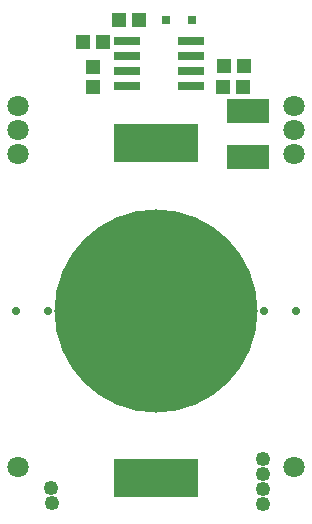
<source format=gbr>
G04 DipTrace 3.2.0.1*
G04 TopMask.gbr*
%MOMM*%
G04 #@! TF.FileFunction,Soldermask,Top*
G04 #@! TF.Part,Single*
%ADD41C,0.7*%
%ADD54R,2.2X0.8*%
%ADD56C,1.25*%
%ADD58C,17.2*%
%ADD60R,7.2X3.3*%
%ADD64C,1.8*%
%ADD66R,0.8X0.8*%
%ADD68R,3.6X2.1*%
%ADD70R,1.3X1.2*%
%ADD72R,1.2X1.3*%
%FSLAX35Y35*%
G04*
G71*
G90*
G75*
G01*
G04 TopMask*
%LPD*%
D70*
X-617600Y2615157D3*
X-447600D3*
X569687Y2409503D3*
X739687D3*
D68*
X776000Y1639467D3*
Y2029467D3*
D66*
X306357Y2804583D3*
X86357D3*
D64*
X-1170000Y1670000D3*
Y1870000D3*
Y2070000D3*
X1170000Y1670000D3*
Y1870000D3*
Y2070000D3*
X-1170000Y-980000D3*
X1170000D3*
D72*
X-535777Y2235613D3*
Y2405613D3*
D70*
X-313510Y2802007D3*
X-143510D3*
X567437Y2236083D3*
X737437D3*
D60*
X0Y1755500D3*
Y-1080500D3*
D58*
Y337500D3*
D56*
X902457Y-1171640D3*
Y-1044640D3*
Y-1298640D3*
Y-917640D3*
X-888500Y-1158000D3*
D54*
X290620Y2622270D3*
Y2368270D3*
Y2495270D3*
Y2241270D3*
X-249380D3*
Y2368270D3*
Y2495270D3*
Y2622270D3*
D41*
X915000Y335000D3*
X1185000D3*
X-1185000D3*
X-915000D3*
D56*
X-885000Y-1288500D3*
M02*

</source>
